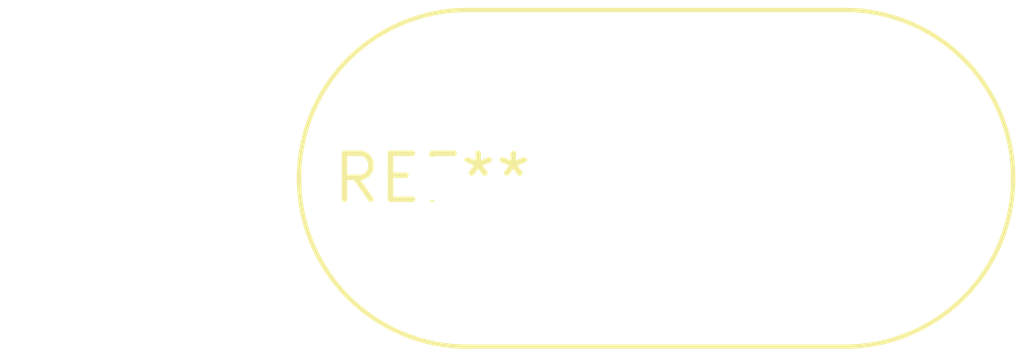
<source format=kicad_pcb>
(kicad_pcb (version 20240108) (generator pcbnew)
  (layers (0 "F.Cu" signal) (31 "B.Cu" signal) (34 "B.Paste" user) (35 "F.Paste" user) (36 "B.SilkS" user "B.Silkscreen") (37 "F.SilkS" user "F.Silkscreen") (38 "B.Mask" user) (39 "F.Mask" user) (44 "Edge.Cuts" user))
  (net 0 "")
  (footprint "Crystal_HC51-U_Vertical" (layer "F.Cu") (at 0 0)
    (property "Reference" "REF**")
    (property "Value" "Crystal_HC51-U_Vertical")
    (fp_line (start 0.975 -4.65) (end 11.375 -4.65) (layer "F.SilkS") (stroke (width 0.12)))
    (fp_line (start 0.975 4.65) (end 11.375 4.65) (layer "F.SilkS") (stroke (width 0.12)))
    (fp_arc (start 0.975 4.65) (mid -3.675 0) (end 0.975 -4.65) (layer "F.SilkS") (stroke (width 0.12)))
    (fp_arc (start 11.375 -4.65) (mid 16.025 0) (end 11.375 4.65) (layer "F.SilkS") (stroke (width 0.12)))
    (pad "1" thru_hole circle (at 0 0) (size 2.3 2.3) (drill 1.2) (layers *.Cu *.Mask) (remove_unused_layers))
    (pad "2" thru_hole circle (at 12.35 0) (size 2.3 2.3) (drill 1.2) (layers *.Cu *.Mask) (remove_unused_layers))
  )
)
</source>
